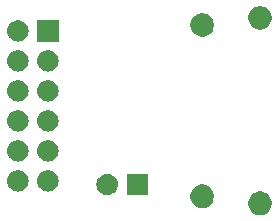
<source format=gbr>
G04 #@! TF.GenerationSoftware,KiCad,Pcbnew,5.0.2-bee76a0~70~ubuntu18.04.1*
G04 #@! TF.CreationDate,2020-06-27T14:22:49+01:00*
G04 #@! TF.ProjectId,picodvi_pmod,7069636f-6476-4695-9f70-6d6f642e6b69,rev?*
G04 #@! TF.SameCoordinates,Original*
G04 #@! TF.FileFunction,Soldermask,Bot*
G04 #@! TF.FilePolarity,Negative*
%FSLAX46Y46*%
G04 Gerber Fmt 4.6, Leading zero omitted, Abs format (unit mm)*
G04 Created by KiCad (PCBNEW 5.0.2-bee76a0~70~ubuntu18.04.1) date Sat 27 Jun 2020 14:22:49 BST*
%MOMM*%
%LPD*%
G01*
G04 APERTURE LIST*
%ADD10C,0.100000*%
G04 APERTURE END LIST*
D10*
G36*
X149691981Y-83637468D02*
X149874150Y-83712925D01*
X150038103Y-83822475D01*
X150177525Y-83961897D01*
X150287075Y-84125850D01*
X150362532Y-84308019D01*
X150401000Y-84501410D01*
X150401000Y-84698590D01*
X150362532Y-84891981D01*
X150287075Y-85074150D01*
X150177525Y-85238103D01*
X150038103Y-85377525D01*
X149874150Y-85487075D01*
X149691981Y-85562532D01*
X149498590Y-85601000D01*
X149301410Y-85601000D01*
X149108019Y-85562532D01*
X148925850Y-85487075D01*
X148761897Y-85377525D01*
X148622475Y-85238103D01*
X148512925Y-85074150D01*
X148437468Y-84891981D01*
X148399000Y-84698590D01*
X148399000Y-84501410D01*
X148437468Y-84308019D01*
X148512925Y-84125850D01*
X148622475Y-83961897D01*
X148761897Y-83822475D01*
X148925850Y-83712925D01*
X149108019Y-83637468D01*
X149301410Y-83599000D01*
X149498590Y-83599000D01*
X149691981Y-83637468D01*
X149691981Y-83637468D01*
G37*
G36*
X144791981Y-83037468D02*
X144974150Y-83112925D01*
X145138103Y-83222475D01*
X145277525Y-83361897D01*
X145387075Y-83525850D01*
X145462532Y-83708019D01*
X145501000Y-83901410D01*
X145501000Y-84098590D01*
X145462532Y-84291981D01*
X145387075Y-84474150D01*
X145277525Y-84638103D01*
X145138103Y-84777525D01*
X144974150Y-84887075D01*
X144791981Y-84962532D01*
X144598590Y-85001000D01*
X144401410Y-85001000D01*
X144208019Y-84962532D01*
X144025850Y-84887075D01*
X143861897Y-84777525D01*
X143722475Y-84638103D01*
X143612925Y-84474150D01*
X143537468Y-84291981D01*
X143499000Y-84098590D01*
X143499000Y-83901410D01*
X143537468Y-83708019D01*
X143612925Y-83525850D01*
X143722475Y-83361897D01*
X143861897Y-83222475D01*
X144025850Y-83112925D01*
X144208019Y-83037468D01*
X144401410Y-82999000D01*
X144598590Y-82999000D01*
X144791981Y-83037468D01*
X144791981Y-83037468D01*
G37*
G36*
X139901000Y-83901000D02*
X138099000Y-83901000D01*
X138099000Y-82099000D01*
X139901000Y-82099000D01*
X139901000Y-83901000D01*
X139901000Y-83901000D01*
G37*
G36*
X136570442Y-82105518D02*
X136636627Y-82112037D01*
X136749853Y-82146384D01*
X136806467Y-82163557D01*
X136869050Y-82197009D01*
X136962991Y-82247222D01*
X136998729Y-82276552D01*
X137100186Y-82359814D01*
X137183448Y-82461271D01*
X137212778Y-82497009D01*
X137212779Y-82497011D01*
X137296443Y-82653533D01*
X137296443Y-82653534D01*
X137347963Y-82823373D01*
X137365359Y-83000000D01*
X137347963Y-83176627D01*
X137334055Y-83222475D01*
X137296443Y-83346467D01*
X137239618Y-83452778D01*
X137212778Y-83502991D01*
X137194019Y-83525849D01*
X137100186Y-83640186D01*
X136998729Y-83723448D01*
X136962991Y-83752778D01*
X136962989Y-83752779D01*
X136806467Y-83836443D01*
X136749853Y-83853616D01*
X136636627Y-83887963D01*
X136570442Y-83894482D01*
X136504260Y-83901000D01*
X136415740Y-83901000D01*
X136349558Y-83894482D01*
X136283373Y-83887963D01*
X136170147Y-83853616D01*
X136113533Y-83836443D01*
X135957011Y-83752779D01*
X135957009Y-83752778D01*
X135921271Y-83723448D01*
X135819814Y-83640186D01*
X135725981Y-83525849D01*
X135707222Y-83502991D01*
X135680382Y-83452778D01*
X135623557Y-83346467D01*
X135585945Y-83222475D01*
X135572037Y-83176627D01*
X135554641Y-83000000D01*
X135572037Y-82823373D01*
X135623557Y-82653534D01*
X135623557Y-82653533D01*
X135707221Y-82497011D01*
X135707222Y-82497009D01*
X135736552Y-82461271D01*
X135819814Y-82359814D01*
X135921271Y-82276552D01*
X135957009Y-82247222D01*
X136050950Y-82197009D01*
X136113533Y-82163557D01*
X136170147Y-82146384D01*
X136283373Y-82112037D01*
X136349558Y-82105518D01*
X136415740Y-82099000D01*
X136504260Y-82099000D01*
X136570442Y-82105518D01*
X136570442Y-82105518D01*
G37*
G36*
X131555442Y-81805518D02*
X131621627Y-81812037D01*
X131734853Y-81846384D01*
X131791467Y-81863557D01*
X131930087Y-81937652D01*
X131947991Y-81947222D01*
X131983729Y-81976552D01*
X132085186Y-82059814D01*
X132168448Y-82161271D01*
X132197778Y-82197009D01*
X132197779Y-82197011D01*
X132281443Y-82353533D01*
X132298616Y-82410147D01*
X132332963Y-82523373D01*
X132350359Y-82700000D01*
X132332963Y-82876627D01*
X132298616Y-82989853D01*
X132281443Y-83046467D01*
X132245920Y-83112925D01*
X132197778Y-83202991D01*
X132168448Y-83238729D01*
X132085186Y-83340186D01*
X131983729Y-83423448D01*
X131947991Y-83452778D01*
X131947989Y-83452779D01*
X131791467Y-83536443D01*
X131734853Y-83553616D01*
X131621627Y-83587963D01*
X131555443Y-83594481D01*
X131489260Y-83601000D01*
X131400740Y-83601000D01*
X131334557Y-83594481D01*
X131268373Y-83587963D01*
X131155147Y-83553616D01*
X131098533Y-83536443D01*
X130942011Y-83452779D01*
X130942009Y-83452778D01*
X130906271Y-83423448D01*
X130804814Y-83340186D01*
X130721552Y-83238729D01*
X130692222Y-83202991D01*
X130644080Y-83112925D01*
X130608557Y-83046467D01*
X130591384Y-82989853D01*
X130557037Y-82876627D01*
X130539641Y-82700000D01*
X130557037Y-82523373D01*
X130591384Y-82410147D01*
X130608557Y-82353533D01*
X130692221Y-82197011D01*
X130692222Y-82197009D01*
X130721552Y-82161271D01*
X130804814Y-82059814D01*
X130906271Y-81976552D01*
X130942009Y-81947222D01*
X130959913Y-81937652D01*
X131098533Y-81863557D01*
X131155147Y-81846384D01*
X131268373Y-81812037D01*
X131334558Y-81805518D01*
X131400740Y-81799000D01*
X131489260Y-81799000D01*
X131555442Y-81805518D01*
X131555442Y-81805518D01*
G37*
G36*
X129015442Y-81805518D02*
X129081627Y-81812037D01*
X129194853Y-81846384D01*
X129251467Y-81863557D01*
X129390087Y-81937652D01*
X129407991Y-81947222D01*
X129443729Y-81976552D01*
X129545186Y-82059814D01*
X129628448Y-82161271D01*
X129657778Y-82197009D01*
X129657779Y-82197011D01*
X129741443Y-82353533D01*
X129758616Y-82410147D01*
X129792963Y-82523373D01*
X129810359Y-82700000D01*
X129792963Y-82876627D01*
X129758616Y-82989853D01*
X129741443Y-83046467D01*
X129705920Y-83112925D01*
X129657778Y-83202991D01*
X129628448Y-83238729D01*
X129545186Y-83340186D01*
X129443729Y-83423448D01*
X129407991Y-83452778D01*
X129407989Y-83452779D01*
X129251467Y-83536443D01*
X129194853Y-83553616D01*
X129081627Y-83587963D01*
X129015443Y-83594481D01*
X128949260Y-83601000D01*
X128860740Y-83601000D01*
X128794557Y-83594481D01*
X128728373Y-83587963D01*
X128615147Y-83553616D01*
X128558533Y-83536443D01*
X128402011Y-83452779D01*
X128402009Y-83452778D01*
X128366271Y-83423448D01*
X128264814Y-83340186D01*
X128181552Y-83238729D01*
X128152222Y-83202991D01*
X128104080Y-83112925D01*
X128068557Y-83046467D01*
X128051384Y-82989853D01*
X128017037Y-82876627D01*
X127999641Y-82700000D01*
X128017037Y-82523373D01*
X128051384Y-82410147D01*
X128068557Y-82353533D01*
X128152221Y-82197011D01*
X128152222Y-82197009D01*
X128181552Y-82161271D01*
X128264814Y-82059814D01*
X128366271Y-81976552D01*
X128402009Y-81947222D01*
X128419913Y-81937652D01*
X128558533Y-81863557D01*
X128615147Y-81846384D01*
X128728373Y-81812037D01*
X128794558Y-81805518D01*
X128860740Y-81799000D01*
X128949260Y-81799000D01*
X129015442Y-81805518D01*
X129015442Y-81805518D01*
G37*
G36*
X129015443Y-79265519D02*
X129081627Y-79272037D01*
X129194853Y-79306384D01*
X129251467Y-79323557D01*
X129390087Y-79397652D01*
X129407991Y-79407222D01*
X129443729Y-79436552D01*
X129545186Y-79519814D01*
X129628448Y-79621271D01*
X129657778Y-79657009D01*
X129657779Y-79657011D01*
X129741443Y-79813533D01*
X129741443Y-79813534D01*
X129792963Y-79983373D01*
X129810359Y-80160000D01*
X129792963Y-80336627D01*
X129758616Y-80449853D01*
X129741443Y-80506467D01*
X129667348Y-80645087D01*
X129657778Y-80662991D01*
X129628448Y-80698729D01*
X129545186Y-80800186D01*
X129443729Y-80883448D01*
X129407991Y-80912778D01*
X129407989Y-80912779D01*
X129251467Y-80996443D01*
X129194853Y-81013616D01*
X129081627Y-81047963D01*
X129015442Y-81054482D01*
X128949260Y-81061000D01*
X128860740Y-81061000D01*
X128794558Y-81054482D01*
X128728373Y-81047963D01*
X128615147Y-81013616D01*
X128558533Y-80996443D01*
X128402011Y-80912779D01*
X128402009Y-80912778D01*
X128366271Y-80883448D01*
X128264814Y-80800186D01*
X128181552Y-80698729D01*
X128152222Y-80662991D01*
X128142652Y-80645087D01*
X128068557Y-80506467D01*
X128051384Y-80449853D01*
X128017037Y-80336627D01*
X127999641Y-80160000D01*
X128017037Y-79983373D01*
X128068557Y-79813534D01*
X128068557Y-79813533D01*
X128152221Y-79657011D01*
X128152222Y-79657009D01*
X128181552Y-79621271D01*
X128264814Y-79519814D01*
X128366271Y-79436552D01*
X128402009Y-79407222D01*
X128419913Y-79397652D01*
X128558533Y-79323557D01*
X128615147Y-79306384D01*
X128728373Y-79272037D01*
X128794557Y-79265519D01*
X128860740Y-79259000D01*
X128949260Y-79259000D01*
X129015443Y-79265519D01*
X129015443Y-79265519D01*
G37*
G36*
X131555443Y-79265519D02*
X131621627Y-79272037D01*
X131734853Y-79306384D01*
X131791467Y-79323557D01*
X131930087Y-79397652D01*
X131947991Y-79407222D01*
X131983729Y-79436552D01*
X132085186Y-79519814D01*
X132168448Y-79621271D01*
X132197778Y-79657009D01*
X132197779Y-79657011D01*
X132281443Y-79813533D01*
X132281443Y-79813534D01*
X132332963Y-79983373D01*
X132350359Y-80160000D01*
X132332963Y-80336627D01*
X132298616Y-80449853D01*
X132281443Y-80506467D01*
X132207348Y-80645087D01*
X132197778Y-80662991D01*
X132168448Y-80698729D01*
X132085186Y-80800186D01*
X131983729Y-80883448D01*
X131947991Y-80912778D01*
X131947989Y-80912779D01*
X131791467Y-80996443D01*
X131734853Y-81013616D01*
X131621627Y-81047963D01*
X131555442Y-81054482D01*
X131489260Y-81061000D01*
X131400740Y-81061000D01*
X131334558Y-81054482D01*
X131268373Y-81047963D01*
X131155147Y-81013616D01*
X131098533Y-80996443D01*
X130942011Y-80912779D01*
X130942009Y-80912778D01*
X130906271Y-80883448D01*
X130804814Y-80800186D01*
X130721552Y-80698729D01*
X130692222Y-80662991D01*
X130682652Y-80645087D01*
X130608557Y-80506467D01*
X130591384Y-80449853D01*
X130557037Y-80336627D01*
X130539641Y-80160000D01*
X130557037Y-79983373D01*
X130608557Y-79813534D01*
X130608557Y-79813533D01*
X130692221Y-79657011D01*
X130692222Y-79657009D01*
X130721552Y-79621271D01*
X130804814Y-79519814D01*
X130906271Y-79436552D01*
X130942009Y-79407222D01*
X130959913Y-79397652D01*
X131098533Y-79323557D01*
X131155147Y-79306384D01*
X131268373Y-79272037D01*
X131334557Y-79265519D01*
X131400740Y-79259000D01*
X131489260Y-79259000D01*
X131555443Y-79265519D01*
X131555443Y-79265519D01*
G37*
G36*
X131555442Y-76725518D02*
X131621627Y-76732037D01*
X131734853Y-76766384D01*
X131791467Y-76783557D01*
X131930087Y-76857652D01*
X131947991Y-76867222D01*
X131983729Y-76896552D01*
X132085186Y-76979814D01*
X132168448Y-77081271D01*
X132197778Y-77117009D01*
X132197779Y-77117011D01*
X132281443Y-77273533D01*
X132281443Y-77273534D01*
X132332963Y-77443373D01*
X132350359Y-77620000D01*
X132332963Y-77796627D01*
X132298616Y-77909853D01*
X132281443Y-77966467D01*
X132207348Y-78105087D01*
X132197778Y-78122991D01*
X132168448Y-78158729D01*
X132085186Y-78260186D01*
X131983729Y-78343448D01*
X131947991Y-78372778D01*
X131947989Y-78372779D01*
X131791467Y-78456443D01*
X131734853Y-78473616D01*
X131621627Y-78507963D01*
X131555443Y-78514481D01*
X131489260Y-78521000D01*
X131400740Y-78521000D01*
X131334557Y-78514481D01*
X131268373Y-78507963D01*
X131155147Y-78473616D01*
X131098533Y-78456443D01*
X130942011Y-78372779D01*
X130942009Y-78372778D01*
X130906271Y-78343448D01*
X130804814Y-78260186D01*
X130721552Y-78158729D01*
X130692222Y-78122991D01*
X130682652Y-78105087D01*
X130608557Y-77966467D01*
X130591384Y-77909853D01*
X130557037Y-77796627D01*
X130539641Y-77620000D01*
X130557037Y-77443373D01*
X130608557Y-77273534D01*
X130608557Y-77273533D01*
X130692221Y-77117011D01*
X130692222Y-77117009D01*
X130721552Y-77081271D01*
X130804814Y-76979814D01*
X130906271Y-76896552D01*
X130942009Y-76867222D01*
X130959913Y-76857652D01*
X131098533Y-76783557D01*
X131155147Y-76766384D01*
X131268373Y-76732037D01*
X131334558Y-76725518D01*
X131400740Y-76719000D01*
X131489260Y-76719000D01*
X131555442Y-76725518D01*
X131555442Y-76725518D01*
G37*
G36*
X129015442Y-76725518D02*
X129081627Y-76732037D01*
X129194853Y-76766384D01*
X129251467Y-76783557D01*
X129390087Y-76857652D01*
X129407991Y-76867222D01*
X129443729Y-76896552D01*
X129545186Y-76979814D01*
X129628448Y-77081271D01*
X129657778Y-77117009D01*
X129657779Y-77117011D01*
X129741443Y-77273533D01*
X129741443Y-77273534D01*
X129792963Y-77443373D01*
X129810359Y-77620000D01*
X129792963Y-77796627D01*
X129758616Y-77909853D01*
X129741443Y-77966467D01*
X129667348Y-78105087D01*
X129657778Y-78122991D01*
X129628448Y-78158729D01*
X129545186Y-78260186D01*
X129443729Y-78343448D01*
X129407991Y-78372778D01*
X129407989Y-78372779D01*
X129251467Y-78456443D01*
X129194853Y-78473616D01*
X129081627Y-78507963D01*
X129015443Y-78514481D01*
X128949260Y-78521000D01*
X128860740Y-78521000D01*
X128794557Y-78514481D01*
X128728373Y-78507963D01*
X128615147Y-78473616D01*
X128558533Y-78456443D01*
X128402011Y-78372779D01*
X128402009Y-78372778D01*
X128366271Y-78343448D01*
X128264814Y-78260186D01*
X128181552Y-78158729D01*
X128152222Y-78122991D01*
X128142652Y-78105087D01*
X128068557Y-77966467D01*
X128051384Y-77909853D01*
X128017037Y-77796627D01*
X127999641Y-77620000D01*
X128017037Y-77443373D01*
X128068557Y-77273534D01*
X128068557Y-77273533D01*
X128152221Y-77117011D01*
X128152222Y-77117009D01*
X128181552Y-77081271D01*
X128264814Y-76979814D01*
X128366271Y-76896552D01*
X128402009Y-76867222D01*
X128419913Y-76857652D01*
X128558533Y-76783557D01*
X128615147Y-76766384D01*
X128728373Y-76732037D01*
X128794558Y-76725518D01*
X128860740Y-76719000D01*
X128949260Y-76719000D01*
X129015442Y-76725518D01*
X129015442Y-76725518D01*
G37*
G36*
X131555442Y-74185518D02*
X131621627Y-74192037D01*
X131734853Y-74226384D01*
X131791467Y-74243557D01*
X131930087Y-74317652D01*
X131947991Y-74327222D01*
X131983729Y-74356552D01*
X132085186Y-74439814D01*
X132168448Y-74541271D01*
X132197778Y-74577009D01*
X132197779Y-74577011D01*
X132281443Y-74733533D01*
X132281443Y-74733534D01*
X132332963Y-74903373D01*
X132350359Y-75080000D01*
X132332963Y-75256627D01*
X132298616Y-75369853D01*
X132281443Y-75426467D01*
X132207348Y-75565087D01*
X132197778Y-75582991D01*
X132168448Y-75618729D01*
X132085186Y-75720186D01*
X131983729Y-75803448D01*
X131947991Y-75832778D01*
X131947989Y-75832779D01*
X131791467Y-75916443D01*
X131734853Y-75933616D01*
X131621627Y-75967963D01*
X131555442Y-75974482D01*
X131489260Y-75981000D01*
X131400740Y-75981000D01*
X131334558Y-75974482D01*
X131268373Y-75967963D01*
X131155147Y-75933616D01*
X131098533Y-75916443D01*
X130942011Y-75832779D01*
X130942009Y-75832778D01*
X130906271Y-75803448D01*
X130804814Y-75720186D01*
X130721552Y-75618729D01*
X130692222Y-75582991D01*
X130682652Y-75565087D01*
X130608557Y-75426467D01*
X130591384Y-75369853D01*
X130557037Y-75256627D01*
X130539641Y-75080000D01*
X130557037Y-74903373D01*
X130608557Y-74733534D01*
X130608557Y-74733533D01*
X130692221Y-74577011D01*
X130692222Y-74577009D01*
X130721552Y-74541271D01*
X130804814Y-74439814D01*
X130906271Y-74356552D01*
X130942009Y-74327222D01*
X130959913Y-74317652D01*
X131098533Y-74243557D01*
X131155147Y-74226384D01*
X131268373Y-74192037D01*
X131334558Y-74185518D01*
X131400740Y-74179000D01*
X131489260Y-74179000D01*
X131555442Y-74185518D01*
X131555442Y-74185518D01*
G37*
G36*
X129015442Y-74185518D02*
X129081627Y-74192037D01*
X129194853Y-74226384D01*
X129251467Y-74243557D01*
X129390087Y-74317652D01*
X129407991Y-74327222D01*
X129443729Y-74356552D01*
X129545186Y-74439814D01*
X129628448Y-74541271D01*
X129657778Y-74577009D01*
X129657779Y-74577011D01*
X129741443Y-74733533D01*
X129741443Y-74733534D01*
X129792963Y-74903373D01*
X129810359Y-75080000D01*
X129792963Y-75256627D01*
X129758616Y-75369853D01*
X129741443Y-75426467D01*
X129667348Y-75565087D01*
X129657778Y-75582991D01*
X129628448Y-75618729D01*
X129545186Y-75720186D01*
X129443729Y-75803448D01*
X129407991Y-75832778D01*
X129407989Y-75832779D01*
X129251467Y-75916443D01*
X129194853Y-75933616D01*
X129081627Y-75967963D01*
X129015442Y-75974482D01*
X128949260Y-75981000D01*
X128860740Y-75981000D01*
X128794558Y-75974482D01*
X128728373Y-75967963D01*
X128615147Y-75933616D01*
X128558533Y-75916443D01*
X128402011Y-75832779D01*
X128402009Y-75832778D01*
X128366271Y-75803448D01*
X128264814Y-75720186D01*
X128181552Y-75618729D01*
X128152222Y-75582991D01*
X128142652Y-75565087D01*
X128068557Y-75426467D01*
X128051384Y-75369853D01*
X128017037Y-75256627D01*
X127999641Y-75080000D01*
X128017037Y-74903373D01*
X128068557Y-74733534D01*
X128068557Y-74733533D01*
X128152221Y-74577011D01*
X128152222Y-74577009D01*
X128181552Y-74541271D01*
X128264814Y-74439814D01*
X128366271Y-74356552D01*
X128402009Y-74327222D01*
X128419913Y-74317652D01*
X128558533Y-74243557D01*
X128615147Y-74226384D01*
X128728373Y-74192037D01*
X128794558Y-74185518D01*
X128860740Y-74179000D01*
X128949260Y-74179000D01*
X129015442Y-74185518D01*
X129015442Y-74185518D01*
G37*
G36*
X131555442Y-71645518D02*
X131621627Y-71652037D01*
X131734853Y-71686384D01*
X131791467Y-71703557D01*
X131930087Y-71777652D01*
X131947991Y-71787222D01*
X131983729Y-71816552D01*
X132085186Y-71899814D01*
X132168448Y-72001271D01*
X132197778Y-72037009D01*
X132197779Y-72037011D01*
X132281443Y-72193533D01*
X132281443Y-72193534D01*
X132332963Y-72363373D01*
X132350359Y-72540000D01*
X132332963Y-72716627D01*
X132298616Y-72829853D01*
X132281443Y-72886467D01*
X132207348Y-73025087D01*
X132197778Y-73042991D01*
X132168448Y-73078729D01*
X132085186Y-73180186D01*
X131983729Y-73263448D01*
X131947991Y-73292778D01*
X131947989Y-73292779D01*
X131791467Y-73376443D01*
X131734853Y-73393616D01*
X131621627Y-73427963D01*
X131555442Y-73434482D01*
X131489260Y-73441000D01*
X131400740Y-73441000D01*
X131334558Y-73434482D01*
X131268373Y-73427963D01*
X131155147Y-73393616D01*
X131098533Y-73376443D01*
X130942011Y-73292779D01*
X130942009Y-73292778D01*
X130906271Y-73263448D01*
X130804814Y-73180186D01*
X130721552Y-73078729D01*
X130692222Y-73042991D01*
X130682652Y-73025087D01*
X130608557Y-72886467D01*
X130591384Y-72829853D01*
X130557037Y-72716627D01*
X130539641Y-72540000D01*
X130557037Y-72363373D01*
X130608557Y-72193534D01*
X130608557Y-72193533D01*
X130692221Y-72037011D01*
X130692222Y-72037009D01*
X130721552Y-72001271D01*
X130804814Y-71899814D01*
X130906271Y-71816552D01*
X130942009Y-71787222D01*
X130959913Y-71777652D01*
X131098533Y-71703557D01*
X131155147Y-71686384D01*
X131268373Y-71652037D01*
X131334558Y-71645518D01*
X131400740Y-71639000D01*
X131489260Y-71639000D01*
X131555442Y-71645518D01*
X131555442Y-71645518D01*
G37*
G36*
X129015442Y-71645518D02*
X129081627Y-71652037D01*
X129194853Y-71686384D01*
X129251467Y-71703557D01*
X129390087Y-71777652D01*
X129407991Y-71787222D01*
X129443729Y-71816552D01*
X129545186Y-71899814D01*
X129628448Y-72001271D01*
X129657778Y-72037009D01*
X129657779Y-72037011D01*
X129741443Y-72193533D01*
X129741443Y-72193534D01*
X129792963Y-72363373D01*
X129810359Y-72540000D01*
X129792963Y-72716627D01*
X129758616Y-72829853D01*
X129741443Y-72886467D01*
X129667348Y-73025087D01*
X129657778Y-73042991D01*
X129628448Y-73078729D01*
X129545186Y-73180186D01*
X129443729Y-73263448D01*
X129407991Y-73292778D01*
X129407989Y-73292779D01*
X129251467Y-73376443D01*
X129194853Y-73393616D01*
X129081627Y-73427963D01*
X129015442Y-73434482D01*
X128949260Y-73441000D01*
X128860740Y-73441000D01*
X128794558Y-73434482D01*
X128728373Y-73427963D01*
X128615147Y-73393616D01*
X128558533Y-73376443D01*
X128402011Y-73292779D01*
X128402009Y-73292778D01*
X128366271Y-73263448D01*
X128264814Y-73180186D01*
X128181552Y-73078729D01*
X128152222Y-73042991D01*
X128142652Y-73025087D01*
X128068557Y-72886467D01*
X128051384Y-72829853D01*
X128017037Y-72716627D01*
X127999641Y-72540000D01*
X128017037Y-72363373D01*
X128068557Y-72193534D01*
X128068557Y-72193533D01*
X128152221Y-72037011D01*
X128152222Y-72037009D01*
X128181552Y-72001271D01*
X128264814Y-71899814D01*
X128366271Y-71816552D01*
X128402009Y-71787222D01*
X128419913Y-71777652D01*
X128558533Y-71703557D01*
X128615147Y-71686384D01*
X128728373Y-71652037D01*
X128794558Y-71645518D01*
X128860740Y-71639000D01*
X128949260Y-71639000D01*
X129015442Y-71645518D01*
X129015442Y-71645518D01*
G37*
G36*
X132346000Y-70901000D02*
X130544000Y-70901000D01*
X130544000Y-69099000D01*
X132346000Y-69099000D01*
X132346000Y-70901000D01*
X132346000Y-70901000D01*
G37*
G36*
X129015443Y-69105519D02*
X129081627Y-69112037D01*
X129194853Y-69146384D01*
X129251467Y-69163557D01*
X129334648Y-69208019D01*
X129407991Y-69247222D01*
X129443729Y-69276552D01*
X129545186Y-69359814D01*
X129628448Y-69461271D01*
X129657778Y-69497009D01*
X129657779Y-69497011D01*
X129741443Y-69653533D01*
X129741443Y-69653534D01*
X129792963Y-69823373D01*
X129810359Y-70000000D01*
X129792963Y-70176627D01*
X129762356Y-70277525D01*
X129741443Y-70346467D01*
X129719737Y-70387075D01*
X129657778Y-70502991D01*
X129628448Y-70538729D01*
X129545186Y-70640186D01*
X129443729Y-70723448D01*
X129407991Y-70752778D01*
X129407989Y-70752779D01*
X129251467Y-70836443D01*
X129194853Y-70853616D01*
X129081627Y-70887963D01*
X129015442Y-70894482D01*
X128949260Y-70901000D01*
X128860740Y-70901000D01*
X128794558Y-70894482D01*
X128728373Y-70887963D01*
X128615147Y-70853616D01*
X128558533Y-70836443D01*
X128402011Y-70752779D01*
X128402009Y-70752778D01*
X128366271Y-70723448D01*
X128264814Y-70640186D01*
X128181552Y-70538729D01*
X128152222Y-70502991D01*
X128090263Y-70387075D01*
X128068557Y-70346467D01*
X128047644Y-70277525D01*
X128017037Y-70176627D01*
X127999641Y-70000000D01*
X128017037Y-69823373D01*
X128068557Y-69653534D01*
X128068557Y-69653533D01*
X128152221Y-69497011D01*
X128152222Y-69497009D01*
X128181552Y-69461271D01*
X128264814Y-69359814D01*
X128366271Y-69276552D01*
X128402009Y-69247222D01*
X128475352Y-69208019D01*
X128558533Y-69163557D01*
X128615147Y-69146384D01*
X128728373Y-69112037D01*
X128794557Y-69105519D01*
X128860740Y-69099000D01*
X128949260Y-69099000D01*
X129015443Y-69105519D01*
X129015443Y-69105519D01*
G37*
G36*
X144791981Y-68537468D02*
X144974150Y-68612925D01*
X145138103Y-68722475D01*
X145277525Y-68861897D01*
X145387075Y-69025850D01*
X145462532Y-69208019D01*
X145501000Y-69401410D01*
X145501000Y-69598590D01*
X145462532Y-69791981D01*
X145387075Y-69974150D01*
X145277525Y-70138103D01*
X145138103Y-70277525D01*
X144974150Y-70387075D01*
X144791981Y-70462532D01*
X144598590Y-70501000D01*
X144401410Y-70501000D01*
X144208019Y-70462532D01*
X144025850Y-70387075D01*
X143861897Y-70277525D01*
X143722475Y-70138103D01*
X143612925Y-69974150D01*
X143537468Y-69791981D01*
X143499000Y-69598590D01*
X143499000Y-69401410D01*
X143537468Y-69208019D01*
X143612925Y-69025850D01*
X143722475Y-68861897D01*
X143861897Y-68722475D01*
X144025850Y-68612925D01*
X144208019Y-68537468D01*
X144401410Y-68499000D01*
X144598590Y-68499000D01*
X144791981Y-68537468D01*
X144791981Y-68537468D01*
G37*
G36*
X149691981Y-67937468D02*
X149874150Y-68012925D01*
X150038103Y-68122475D01*
X150177525Y-68261897D01*
X150287075Y-68425850D01*
X150362532Y-68608019D01*
X150401000Y-68801410D01*
X150401000Y-68998590D01*
X150362532Y-69191981D01*
X150287075Y-69374150D01*
X150177525Y-69538103D01*
X150038103Y-69677525D01*
X149874150Y-69787075D01*
X149691981Y-69862532D01*
X149498590Y-69901000D01*
X149301410Y-69901000D01*
X149108019Y-69862532D01*
X148925850Y-69787075D01*
X148761897Y-69677525D01*
X148622475Y-69538103D01*
X148512925Y-69374150D01*
X148437468Y-69191981D01*
X148399000Y-68998590D01*
X148399000Y-68801410D01*
X148437468Y-68608019D01*
X148512925Y-68425850D01*
X148622475Y-68261897D01*
X148761897Y-68122475D01*
X148925850Y-68012925D01*
X149108019Y-67937468D01*
X149301410Y-67899000D01*
X149498590Y-67899000D01*
X149691981Y-67937468D01*
X149691981Y-67937468D01*
G37*
M02*

</source>
